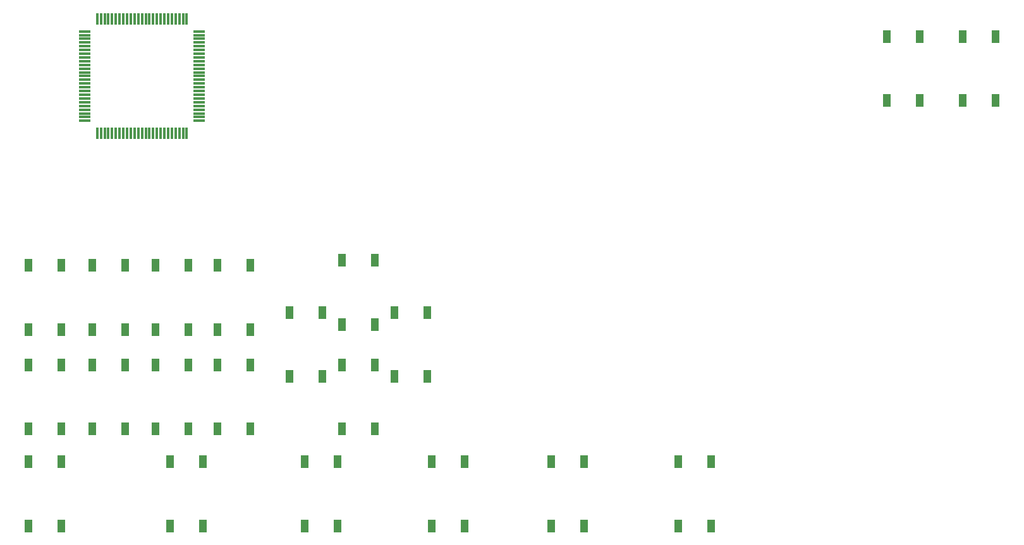
<source format=gbr>
%TF.GenerationSoftware,KiCad,Pcbnew,(6.0.10)*%
%TF.CreationDate,2023-01-08T01:11:37-07:00*%
%TF.ProjectId,decimator_pcb,64656369-6d61-4746-9f72-5f7063622e6b,rev?*%
%TF.SameCoordinates,Original*%
%TF.FileFunction,Paste,Top*%
%TF.FilePolarity,Positive*%
%FSLAX46Y46*%
G04 Gerber Fmt 4.6, Leading zero omitted, Abs format (unit mm)*
G04 Created by KiCad (PCBNEW (6.0.10)) date 2023-01-08 01:11:37*
%MOMM*%
%LPD*%
G01*
G04 APERTURE LIST*
G04 Aperture macros list*
%AMRoundRect*
0 Rectangle with rounded corners*
0 $1 Rounding radius*
0 $2 $3 $4 $5 $6 $7 $8 $9 X,Y pos of 4 corners*
0 Add a 4 corners polygon primitive as box body*
4,1,4,$2,$3,$4,$5,$6,$7,$8,$9,$2,$3,0*
0 Add four circle primitives for the rounded corners*
1,1,$1+$1,$2,$3*
1,1,$1+$1,$4,$5*
1,1,$1+$1,$6,$7*
1,1,$1+$1,$8,$9*
0 Add four rect primitives between the rounded corners*
20,1,$1+$1,$2,$3,$4,$5,0*
20,1,$1+$1,$4,$5,$6,$7,0*
20,1,$1+$1,$6,$7,$8,$9,0*
20,1,$1+$1,$8,$9,$2,$3,0*%
%AMOutline4P*
0 Free polygon, 4 corners , with rotation*
0 The origin of the aperture is its center*
0 number of corners: always 4*
0 $1 to $8 corner X, Y*
0 $9 Rotation angle, in degrees counterclockwise*
0 create outline with 4 corners*
4,1,4,$1,$2,$3,$4,$5,$6,$7,$8,$1,$2,$9*%
G04 Aperture macros list end*
%ADD10Outline4P,-0.550000X-0.825000X0.550000X-0.825000X0.550000X0.825000X-0.550000X0.825000X180.000000*%
%ADD11RoundRect,0.075000X-0.725000X-0.075000X0.725000X-0.075000X0.725000X0.075000X-0.725000X0.075000X0*%
%ADD12RoundRect,0.075000X-0.075000X-0.725000X0.075000X-0.725000X0.075000X0.725000X-0.075000X0.725000X0*%
G04 APERTURE END LIST*
D10*
%TO.C,REF\u002A\u002A*%
X121800000Y-124300000D03*
X126200000Y-115700000D03*
X121800000Y-115700000D03*
X126200000Y-124300000D03*
%TD*%
%TO.C,REF\u002A\u002A*%
X114800000Y-117300000D03*
X119200000Y-108700000D03*
X114800000Y-108700000D03*
X119200000Y-117300000D03*
%TD*%
%TO.C,REF\u002A\u002A*%
X128800000Y-117300000D03*
X133200000Y-108700000D03*
X128800000Y-108700000D03*
X133200000Y-117300000D03*
%TD*%
%TO.C,REF\u002A\u002A*%
X121800000Y-110300000D03*
X126200000Y-101700000D03*
X121800000Y-101700000D03*
X126200000Y-110300000D03*
%TD*%
%TO.C,REF\u002A\u002A*%
X166800000Y-137300000D03*
X171200000Y-128700000D03*
X166800000Y-128700000D03*
X171200000Y-137300000D03*
%TD*%
%TO.C,REF\u002A\u002A*%
X149800000Y-137300000D03*
X154200000Y-128700000D03*
X149800000Y-128700000D03*
X154200000Y-137300000D03*
%TD*%
%TO.C,REF\u002A\u002A*%
X133800000Y-137300000D03*
X138200000Y-128700000D03*
X133800000Y-128700000D03*
X138200000Y-137300000D03*
%TD*%
%TO.C,REF\u002A\u002A*%
X105100000Y-110960000D03*
X109500000Y-102360000D03*
X105100000Y-102360000D03*
X109500000Y-110960000D03*
%TD*%
%TO.C,REF\u002A\u002A*%
X105100000Y-124300000D03*
X109500000Y-115700000D03*
X105100000Y-115700000D03*
X109500000Y-124300000D03*
%TD*%
%TO.C,REF\u002A\u002A*%
X79800000Y-137300000D03*
X84200000Y-128700000D03*
X79800000Y-128700000D03*
X84200000Y-137300000D03*
%TD*%
%TO.C,REF\u002A\u002A*%
X116800000Y-137300000D03*
X121200000Y-128700000D03*
X116800000Y-128700000D03*
X121200000Y-137300000D03*
%TD*%
%TO.C,REF\u002A\u002A*%
X98800000Y-137300000D03*
X103200000Y-128700000D03*
X98800000Y-128700000D03*
X103200000Y-137300000D03*
%TD*%
%TO.C,REF\u002A\u002A*%
X96800000Y-124300000D03*
X101200000Y-115700000D03*
X96800000Y-115700000D03*
X101200000Y-124300000D03*
%TD*%
%TO.C,REF\u002A\u002A*%
X79800000Y-124300000D03*
X84200000Y-115700000D03*
X79800000Y-115700000D03*
X84200000Y-124300000D03*
%TD*%
%TO.C,REF\u002A\u002A*%
X88380000Y-124300000D03*
X92780000Y-115700000D03*
X88380000Y-115700000D03*
X92780000Y-124300000D03*
%TD*%
%TO.C,REF\u002A\u002A*%
X96800000Y-110960000D03*
X101200000Y-102360000D03*
X96800000Y-102360000D03*
X101200000Y-110960000D03*
%TD*%
%TO.C,REF\u002A\u002A*%
X88380000Y-110960000D03*
X92780000Y-102360000D03*
X88380000Y-102360000D03*
X92780000Y-110960000D03*
%TD*%
%TO.C,REF\u002A\u002A*%
X79800000Y-110960000D03*
X84200000Y-102360000D03*
X79800000Y-102360000D03*
X84200000Y-110960000D03*
%TD*%
%TO.C,REF\u002A\u002A*%
X194800000Y-71700000D03*
X194800000Y-80300000D03*
X199200000Y-71700000D03*
X199200000Y-80300000D03*
%TD*%
%TO.C,REF\u002A\u002A*%
X204960000Y-71700000D03*
X204960000Y-80300000D03*
X209360000Y-71700000D03*
X209360000Y-80300000D03*
%TD*%
D11*
%TO.C,REF\u002A\u002A*%
X87325000Y-71000000D03*
X87325000Y-71500000D03*
X87325000Y-72000000D03*
X87325000Y-72500000D03*
X87325000Y-73000000D03*
X87325000Y-73500000D03*
X87325000Y-74000000D03*
X87325000Y-74500000D03*
X87325000Y-75000000D03*
X87325000Y-75500000D03*
X87325000Y-76000000D03*
X87325000Y-76500000D03*
X87325000Y-77000000D03*
X87325000Y-77500000D03*
X87325000Y-78000000D03*
X87325000Y-78500000D03*
X87325000Y-79000000D03*
X87325000Y-79500000D03*
X87325000Y-80000000D03*
X87325000Y-80500000D03*
X87325000Y-81000000D03*
X87325000Y-81500000D03*
X87325000Y-82000000D03*
X87325000Y-82500000D03*
X87325000Y-83000000D03*
D12*
X89000000Y-84675000D03*
X89500000Y-84675000D03*
X90000000Y-84675000D03*
X90500000Y-84675000D03*
X91000000Y-84675000D03*
X91500000Y-84675000D03*
X92000000Y-84675000D03*
X92500000Y-84675000D03*
X93000000Y-84675000D03*
X93500000Y-84675000D03*
X94000000Y-84675000D03*
X94500000Y-84675000D03*
X95000000Y-84675000D03*
X95500000Y-84675000D03*
X96000000Y-84675000D03*
X96500000Y-84675000D03*
X97000000Y-84675000D03*
X97500000Y-84675000D03*
X98000000Y-84675000D03*
X98500000Y-84675000D03*
X99000000Y-84675000D03*
X99500000Y-84675000D03*
X100000000Y-84675000D03*
X100500000Y-84675000D03*
X101000000Y-84675000D03*
D11*
X102675000Y-83000000D03*
X102675000Y-82500000D03*
X102675000Y-82000000D03*
X102675000Y-81500000D03*
X102675000Y-81000000D03*
X102675000Y-80500000D03*
X102675000Y-80000000D03*
X102675000Y-79500000D03*
X102675000Y-79000000D03*
X102675000Y-78500000D03*
X102675000Y-78000000D03*
X102675000Y-77500000D03*
X102675000Y-77000000D03*
X102675000Y-76500000D03*
X102675000Y-76000000D03*
X102675000Y-75500000D03*
X102675000Y-75000000D03*
X102675000Y-74500000D03*
X102675000Y-74000000D03*
X102675000Y-73500000D03*
X102675000Y-73000000D03*
X102675000Y-72500000D03*
X102675000Y-72000000D03*
X102675000Y-71500000D03*
X102675000Y-71000000D03*
D12*
X101000000Y-69325000D03*
X100500000Y-69325000D03*
X100000000Y-69325000D03*
X99500000Y-69325000D03*
X99000000Y-69325000D03*
X98500000Y-69325000D03*
X98000000Y-69325000D03*
X97500000Y-69325000D03*
X97000000Y-69325000D03*
X96500000Y-69325000D03*
X96000000Y-69325000D03*
X95500000Y-69325000D03*
X95000000Y-69325000D03*
X94500000Y-69325000D03*
X94000000Y-69325000D03*
X93500000Y-69325000D03*
X93000000Y-69325000D03*
X92500000Y-69325000D03*
X92000000Y-69325000D03*
X91500000Y-69325000D03*
X91000000Y-69325000D03*
X90500000Y-69325000D03*
X90000000Y-69325000D03*
X89500000Y-69325000D03*
X89000000Y-69325000D03*
%TD*%
M02*

</source>
